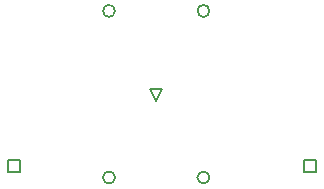
<source format=gbr>
%TF.GenerationSoftware,Altium Limited,Altium Designer,22.4.2 (48)*%
G04 Layer_Color=2752767*
%FSLAX26Y26*%
%MOIN*%
%TF.SameCoordinates,B812F889-C0D6-4E0A-92BC-1FC44A6A00D5*%
%TF.FilePolarity,Positive*%
%TF.FileFunction,Drawing*%
%TF.Part,Single*%
G01*
G75*
%TA.AperFunction,NonConductor*%
%ADD30C,0.005000*%
%ADD31C,0.006667*%
D30*
X255590Y491812D02*
Y531812D01*
X295590D01*
Y491812D01*
X255590D01*
X1239842D02*
Y531812D01*
X1279842D01*
Y491812D01*
X1239842D01*
X748032Y728032D02*
X728032Y768032D01*
X768032D01*
X748032Y728032D01*
D31*
X610552Y1027560D02*
G03*
X610552Y1027560I-20000J0D01*
G01*
Y472440D02*
G03*
X610552Y472440I-20000J0D01*
G01*
X925512Y1027560D02*
G03*
X925512Y1027560I-20000J0D01*
G01*
Y472440D02*
G03*
X925512Y472440I-20000J0D01*
G01*
%TF.MD5,9f2c407b4ef25bf2c75093a95a37955d*%
M02*

</source>
